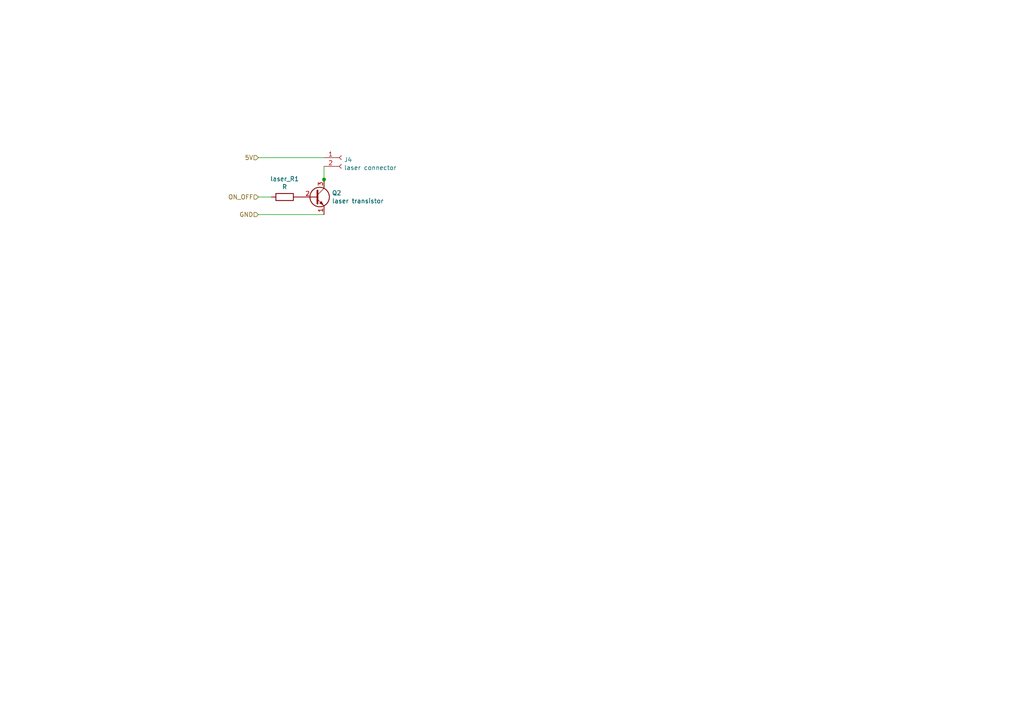
<source format=kicad_sch>
(kicad_sch (version 20211123) (generator eeschema)
  (paper "A4")
  (lib_symbols
    (symbol "Connector:Conn_01x02_Female" (pin_names (offset 1.016) hide)
      (property "Reference" "J" (at 0 2.54 0))
      (property "Value" "Conn_01x02_Female" (at 0 -5.08 0))
      (symbol "Conn_01x02_Female_1_1"
        (arc (start 0 -2.032) (mid -0.508 -2.54) (end 0 -3.048) (stroke (width 0.1524)))
        (polyline (pts (xy -1.27 -2.54) (xy -0.508 -2.54)) (stroke (width 0.1524)))
        (polyline (pts (xy -1.27 0) (xy -0.508 0)) (stroke (width 0.1524)))
        (arc (start 0 0.508) (mid -0.508 0) (end 0 -0.508) (stroke (width 0.1524)))
        (pin passive line (at -5.08 0 0) (length 3.81) (name "Pin_1") (number "1"))
        (pin passive line (at -5.08 -2.54 0) (length 3.81) (name "Pin_2") (number "2"))
      )
    )
    (symbol "Device:R" (pin_numbers hide) (pin_names (offset 0))
      (property "Reference" "R" (at 2.032 0 90))
      (property "Value" "R" (at 0 0 90))
      (symbol "R_0_1"
        (rectangle (start -1.016 -2.54) (end 1.016 2.54) (stroke (width 0.254)))
      )
      (symbol "R_1_1"
        (pin passive line (at 0 3.81 270) (length 1.27) (name "~") (number "1"))
        (pin passive line (at 0 -3.81 90) (length 1.27) (name "~") (number "2"))
      )
    )
    (symbol "Transistor_BJT:2N2219" (pin_names (offset 0) hide)
      (property "Reference" "Q" (at 5.08 1.905 0))
      (property "Value" "2N2219" (at 5.08 0 0))
      (symbol "2N2219_0_1"
        (polyline (pts (xy 0.635 0.635) (xy 2.54 2.54)))
        (polyline (pts (xy 0.635 -0.635) (xy 2.54 -2.54) (xy 2.54 -2.54)))
        (polyline (pts (xy 0.635 1.905) (xy 0.635 -1.905) (xy 0.635 -1.905)) (stroke (width 0.508)))
        (polyline (pts (xy 1.27 -1.778) (xy 1.778 -1.27) (xy 2.286 -2.286) (xy 1.27 -1.778) (xy 1.27 -1.778)) (fill (type outline)))
        (circle (center 1.27 0) (radius 2.8194) (stroke (width 0.254)))
      )
      (symbol "2N2219_1_1"
        (pin passive line (at 2.54 -5.08 90) (length 2.54) (name "E") (number "1"))
        (pin passive line (at -5.08 0 0) (length 5.715) (name "B") (number "2"))
        (pin passive line (at 2.54 5.08 270) (length 2.54) (name "C") (number "3"))
      )
    )
  )
  (junction (at 93.98 52.07))
  (wire (pts (xy 93.98 48.26) (xy 93.98 52.07)))
  (wire (pts (xy 74.93 45.72) (xy 93.98 45.72)))
  (wire (pts (xy 78.74 57.15) (xy 74.93 57.15)))
  (wire (pts (xy 93.98 62.23) (xy 74.93 62.23)))
  (wire (pts (xy 93.98 54.61) (xy 93.98 52.07)))
  (hierarchical_label "GND" (shape input) (at 74.93 62.23 180))
  (hierarchical_label "ON_OFF" (shape input) (at 74.93 57.15 180))
  (hierarchical_label "5V" (shape input) (at 74.93 45.72 180))
  (symbol (lib_id "Device:R") (at 82.55 57.15 270) (unit 1)
    (property "Reference" "laser_R1" (at 82.55 51.8922 90))
    (property "Value" "R" (at 82.55 54.2036 90))
    (property "Footprint" "Resistor_SMD:R_1206_3216Metric" (effects hide))
  )
  (symbol (lib_id "Transistor_BJT:2N2219") (at 91.44 57.15 0) (unit 1)
    (property "Reference" "Q2" (at 96.266 55.9816 0) (effects (justify left)))
    (property "Value" "laser transistor" (at 96.266 58.293 0) (effects (justify left)))
    (property "Footprint" "Package_TO_SOT_THT:TO-39-3" (effects hide))
    (property "Datasheet" "http://www.onsemi.com/pub_link/Collateral/2N2219-D.PDF" (effects hide))
  )
  (symbol (lib_id "Connector:Conn_01x02_Female") (at 99.06 45.72 0) (unit 1)
    (property "Reference" "J4" (at 99.7712 46.3296 0) (effects (justify left)))
    (property "Value" "laser connector" (at 99.7712 48.641 0) (effects (justify left)))
    (property "Footprint" "Connector_PinHeader_2.54mm:PinHeader_1x02_P2.54mm_Vertical" (effects hide))
  )
)
</source>
